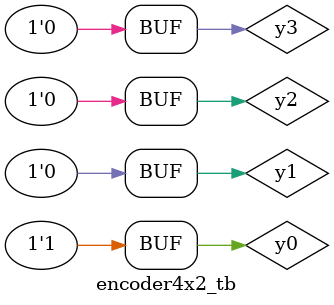
<source format=v>
module encoder4x2(input y0,y1,y2,y3,output reg a,b);
  always@(*)begin
    case({y0,y1,y2,y3})//0001 0010 0100 1000
      4'b0001: {a,b}=2'b00;
      4'b0010: {a,b}=2'b01;
      4'b0100: {a,b}=2'b10;
      4'b1000: {a,b}=2'b11;
    endcase
  end
endmodule

/*module encoder4x2(input [3:0]y,output reg [1:0]a);
  integer i;
  always@(*)begin      
      for(i=0;i<4;i=i+1)begin
        if(y[i])
          a=i[1:0];
      end
  end
endmodule */
      
// Code your testbench here
// or browse Examples
//4x2 encoder,8x3 enocoder
//comparator,decoder,encoder

module encoder4x2_tb;
  reg y0,y1,y2,y3;
  wire a,b;
  
  encoder4x2 uut(y0,y1,y2,y3,a,b);
  initial begin
    $monitor("Time = %t || y0 =%b||y1=%b|| y2=%b||y3=%b|| a=%b|| b=%b",$time,y0,y1,y2,y3,a,b);
    
    {y0,y1,y2,y3} = 4'b0001; #5; 
    {y0,y1,y2,y3} = 4'b0010; #5; 
    {y0,y1,y2,y3} = 4'b0100; #5; 
    {y0,y1,y2,y3} = 4'b1000; #5; 
  end
endmodule


/*
module encoder4x2_tb;
  reg [3:0]y;
  wire [1:0]a;
  
  encoder4x2 uut(y,a);
  initial begin
    $monitor("Time=%t || y=%b || a=%b", $time, y, a);
    
     y=4'b0001;#10;
     y=4'b0010;#10;
     y=4'b0100;#10;
     y=4'b1000;#10;
    
    
  end
endmodule */

</source>
